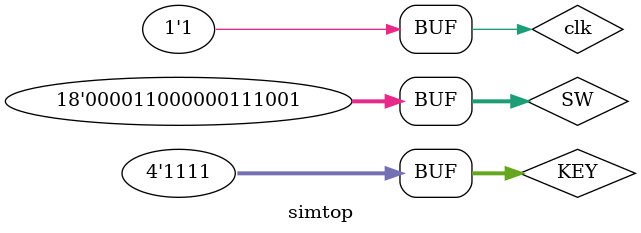
<source format=sv>
/* Copyright 2020 Jason Bakos, Philip Conrad, Charles Daniels */

/* Top-level module for CSCE611 RISC-V CPU, for running under simulation.  In
 * this case, the I/Os and clock are driven by the simulator. */

module simtop;

	logic clk;
	logic [6:0] HEX0,HEX1,HEX2,HEX3,HEX4,HEX5,HEX6,HEX7;
	logic [3:0] KEY;
	logic [17:0] SW;

	top dut
	(
		//////////// CLOCK //////////
		.CLOCK_50(clk),
		.CLOCK2_50(),
	    .CLOCK3_50(),

		//////////// LED //////////
		.LEDG(),
		.LEDR(),

		//////////// KEY //////////
		.KEY(KEY),

		//////////// SW //////////
		.SW(SW),

		//////////// SEG7 //////////
		.HEX0(HEX0),
		.HEX1(HEX1),
		.HEX2(HEX2),
		.HEX3(HEX3),
		.HEX4(HEX4),
		.HEX5(HEX5),
		.HEX6(HEX6),
		.HEX7(HEX7)
	);

	// pulse reset (active low)
	initial begin
		KEY <= 4'he;
		#10;
		KEY <= 4'hf;
	end
	
	// drive clock
	always begin
		clk <= 1'b0; #5;
		clk <= 1'b1; #5;
	end
	
	// assign simulated switch values
	assign SW = 18'd12345;
	

endmodule


</source>
